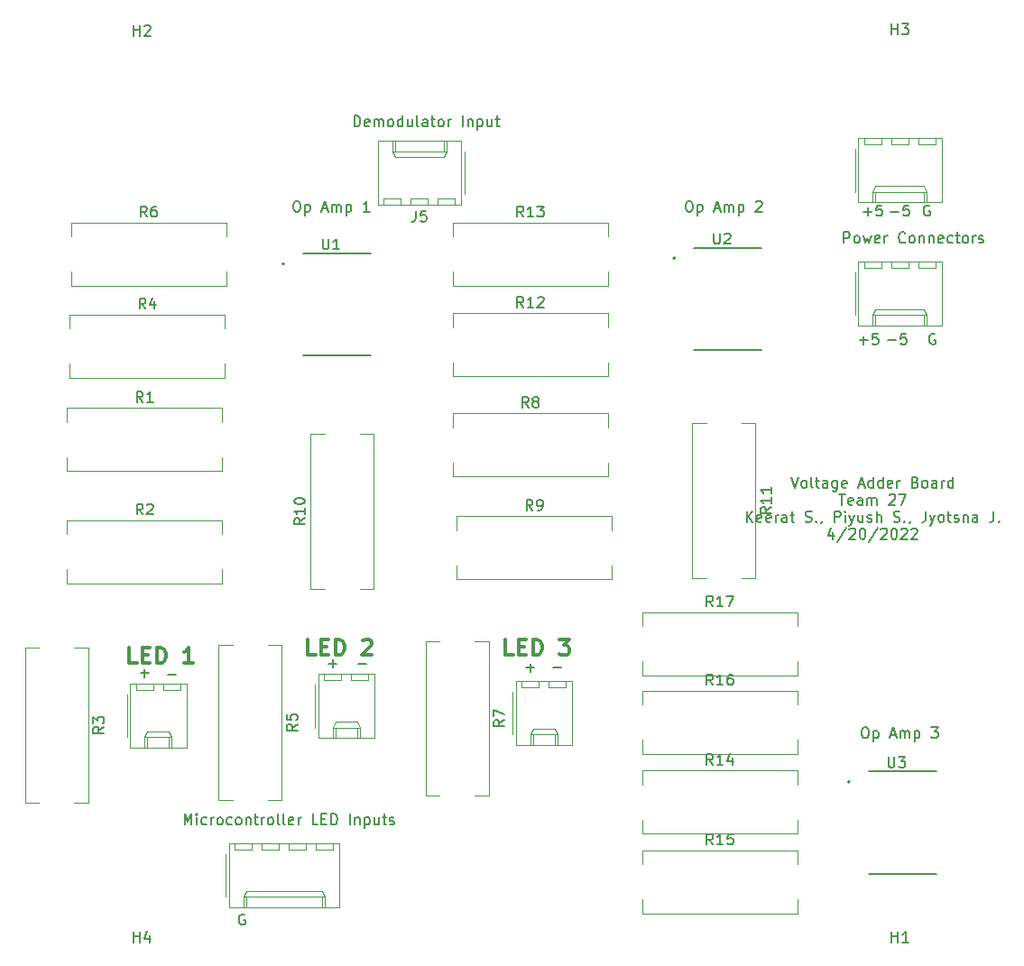
<source format=gbr>
%TF.GenerationSoftware,KiCad,Pcbnew,(6.0.1)*%
%TF.CreationDate,2022-04-20T22:23:46-05:00*%
%TF.ProjectId,voltage_adder_board,766f6c74-6167-4655-9f61-646465725f62,rev?*%
%TF.SameCoordinates,Original*%
%TF.FileFunction,Legend,Top*%
%TF.FilePolarity,Positive*%
%FSLAX46Y46*%
G04 Gerber Fmt 4.6, Leading zero omitted, Abs format (unit mm)*
G04 Created by KiCad (PCBNEW (6.0.1)) date 2022-04-20 22:23:46*
%MOMM*%
%LPD*%
G01*
G04 APERTURE LIST*
%ADD10C,0.150000*%
%ADD11C,0.300000*%
%ADD12C,0.120000*%
%ADD13C,0.127000*%
%ADD14C,0.200000*%
G04 APERTURE END LIST*
D10*
X143986666Y-103084380D02*
X144177142Y-103084380D01*
X144272380Y-103132000D01*
X144367619Y-103227238D01*
X144415238Y-103417714D01*
X144415238Y-103751047D01*
X144367619Y-103941523D01*
X144272380Y-104036761D01*
X144177142Y-104084380D01*
X143986666Y-104084380D01*
X143891428Y-104036761D01*
X143796190Y-103941523D01*
X143748571Y-103751047D01*
X143748571Y-103417714D01*
X143796190Y-103227238D01*
X143891428Y-103132000D01*
X143986666Y-103084380D01*
X144843809Y-103417714D02*
X144843809Y-104417714D01*
X144843809Y-103465333D02*
X144939047Y-103417714D01*
X145129523Y-103417714D01*
X145224761Y-103465333D01*
X145272380Y-103512952D01*
X145320000Y-103608190D01*
X145320000Y-103893904D01*
X145272380Y-103989142D01*
X145224761Y-104036761D01*
X145129523Y-104084380D01*
X144939047Y-104084380D01*
X144843809Y-104036761D01*
X146462857Y-103798666D02*
X146939047Y-103798666D01*
X146367619Y-104084380D02*
X146700952Y-103084380D01*
X147034285Y-104084380D01*
X147367619Y-104084380D02*
X147367619Y-103417714D01*
X147367619Y-103512952D02*
X147415238Y-103465333D01*
X147510476Y-103417714D01*
X147653333Y-103417714D01*
X147748571Y-103465333D01*
X147796190Y-103560571D01*
X147796190Y-104084380D01*
X147796190Y-103560571D02*
X147843809Y-103465333D01*
X147939047Y-103417714D01*
X148081904Y-103417714D01*
X148177142Y-103465333D01*
X148224761Y-103560571D01*
X148224761Y-104084380D01*
X148700952Y-103417714D02*
X148700952Y-104417714D01*
X148700952Y-103465333D02*
X148796190Y-103417714D01*
X148986666Y-103417714D01*
X149081904Y-103465333D01*
X149129523Y-103512952D01*
X149177142Y-103608190D01*
X149177142Y-103893904D01*
X149129523Y-103989142D01*
X149081904Y-104036761D01*
X148986666Y-104084380D01*
X148796190Y-104084380D01*
X148700952Y-104036761D01*
X150272380Y-103084380D02*
X150891428Y-103084380D01*
X150558095Y-103465333D01*
X150700952Y-103465333D01*
X150796190Y-103512952D01*
X150843809Y-103560571D01*
X150891428Y-103655809D01*
X150891428Y-103893904D01*
X150843809Y-103989142D01*
X150796190Y-104036761D01*
X150700952Y-104084380D01*
X150415238Y-104084380D01*
X150320000Y-104036761D01*
X150272380Y-103989142D01*
X137113333Y-79587380D02*
X137446666Y-80587380D01*
X137780000Y-79587380D01*
X138256190Y-80587380D02*
X138160952Y-80539761D01*
X138113333Y-80492142D01*
X138065714Y-80396904D01*
X138065714Y-80111190D01*
X138113333Y-80015952D01*
X138160952Y-79968333D01*
X138256190Y-79920714D01*
X138399047Y-79920714D01*
X138494285Y-79968333D01*
X138541904Y-80015952D01*
X138589523Y-80111190D01*
X138589523Y-80396904D01*
X138541904Y-80492142D01*
X138494285Y-80539761D01*
X138399047Y-80587380D01*
X138256190Y-80587380D01*
X139160952Y-80587380D02*
X139065714Y-80539761D01*
X139018095Y-80444523D01*
X139018095Y-79587380D01*
X139399047Y-79920714D02*
X139780000Y-79920714D01*
X139541904Y-79587380D02*
X139541904Y-80444523D01*
X139589523Y-80539761D01*
X139684761Y-80587380D01*
X139780000Y-80587380D01*
X140541904Y-80587380D02*
X140541904Y-80063571D01*
X140494285Y-79968333D01*
X140399047Y-79920714D01*
X140208571Y-79920714D01*
X140113333Y-79968333D01*
X140541904Y-80539761D02*
X140446666Y-80587380D01*
X140208571Y-80587380D01*
X140113333Y-80539761D01*
X140065714Y-80444523D01*
X140065714Y-80349285D01*
X140113333Y-80254047D01*
X140208571Y-80206428D01*
X140446666Y-80206428D01*
X140541904Y-80158809D01*
X141446666Y-79920714D02*
X141446666Y-80730238D01*
X141399047Y-80825476D01*
X141351428Y-80873095D01*
X141256190Y-80920714D01*
X141113333Y-80920714D01*
X141018095Y-80873095D01*
X141446666Y-80539761D02*
X141351428Y-80587380D01*
X141160952Y-80587380D01*
X141065714Y-80539761D01*
X141018095Y-80492142D01*
X140970476Y-80396904D01*
X140970476Y-80111190D01*
X141018095Y-80015952D01*
X141065714Y-79968333D01*
X141160952Y-79920714D01*
X141351428Y-79920714D01*
X141446666Y-79968333D01*
X142303809Y-80539761D02*
X142208571Y-80587380D01*
X142018095Y-80587380D01*
X141922857Y-80539761D01*
X141875238Y-80444523D01*
X141875238Y-80063571D01*
X141922857Y-79968333D01*
X142018095Y-79920714D01*
X142208571Y-79920714D01*
X142303809Y-79968333D01*
X142351428Y-80063571D01*
X142351428Y-80158809D01*
X141875238Y-80254047D01*
X143494285Y-80301666D02*
X143970476Y-80301666D01*
X143399047Y-80587380D02*
X143732380Y-79587380D01*
X144065714Y-80587380D01*
X144827619Y-80587380D02*
X144827619Y-79587380D01*
X144827619Y-80539761D02*
X144732380Y-80587380D01*
X144541904Y-80587380D01*
X144446666Y-80539761D01*
X144399047Y-80492142D01*
X144351428Y-80396904D01*
X144351428Y-80111190D01*
X144399047Y-80015952D01*
X144446666Y-79968333D01*
X144541904Y-79920714D01*
X144732380Y-79920714D01*
X144827619Y-79968333D01*
X145732380Y-80587380D02*
X145732380Y-79587380D01*
X145732380Y-80539761D02*
X145637142Y-80587380D01*
X145446666Y-80587380D01*
X145351428Y-80539761D01*
X145303809Y-80492142D01*
X145256190Y-80396904D01*
X145256190Y-80111190D01*
X145303809Y-80015952D01*
X145351428Y-79968333D01*
X145446666Y-79920714D01*
X145637142Y-79920714D01*
X145732380Y-79968333D01*
X146589523Y-80539761D02*
X146494285Y-80587380D01*
X146303809Y-80587380D01*
X146208571Y-80539761D01*
X146160952Y-80444523D01*
X146160952Y-80063571D01*
X146208571Y-79968333D01*
X146303809Y-79920714D01*
X146494285Y-79920714D01*
X146589523Y-79968333D01*
X146637142Y-80063571D01*
X146637142Y-80158809D01*
X146160952Y-80254047D01*
X147065714Y-80587380D02*
X147065714Y-79920714D01*
X147065714Y-80111190D02*
X147113333Y-80015952D01*
X147160952Y-79968333D01*
X147256190Y-79920714D01*
X147351428Y-79920714D01*
X148779999Y-80063571D02*
X148922857Y-80111190D01*
X148970476Y-80158809D01*
X149018095Y-80254047D01*
X149018095Y-80396904D01*
X148970476Y-80492142D01*
X148922857Y-80539761D01*
X148827619Y-80587380D01*
X148446666Y-80587380D01*
X148446666Y-79587380D01*
X148779999Y-79587380D01*
X148875238Y-79635000D01*
X148922857Y-79682619D01*
X148970476Y-79777857D01*
X148970476Y-79873095D01*
X148922857Y-79968333D01*
X148875238Y-80015952D01*
X148779999Y-80063571D01*
X148446666Y-80063571D01*
X149589523Y-80587380D02*
X149494285Y-80539761D01*
X149446666Y-80492142D01*
X149399047Y-80396904D01*
X149399047Y-80111190D01*
X149446666Y-80015952D01*
X149494285Y-79968333D01*
X149589523Y-79920714D01*
X149732380Y-79920714D01*
X149827619Y-79968333D01*
X149875238Y-80015952D01*
X149922857Y-80111190D01*
X149922857Y-80396904D01*
X149875238Y-80492142D01*
X149827619Y-80539761D01*
X149732380Y-80587380D01*
X149589523Y-80587380D01*
X150779999Y-80587380D02*
X150779999Y-80063571D01*
X150732380Y-79968333D01*
X150637142Y-79920714D01*
X150446666Y-79920714D01*
X150351428Y-79968333D01*
X150779999Y-80539761D02*
X150684761Y-80587380D01*
X150446666Y-80587380D01*
X150351428Y-80539761D01*
X150303809Y-80444523D01*
X150303809Y-80349285D01*
X150351428Y-80254047D01*
X150446666Y-80206428D01*
X150684761Y-80206428D01*
X150779999Y-80158809D01*
X151256190Y-80587380D02*
X151256190Y-79920714D01*
X151256190Y-80111190D02*
X151303809Y-80015952D01*
X151351428Y-79968333D01*
X151446666Y-79920714D01*
X151541904Y-79920714D01*
X152303809Y-80587380D02*
X152303809Y-79587380D01*
X152303809Y-80539761D02*
X152208571Y-80587380D01*
X152018095Y-80587380D01*
X151922857Y-80539761D01*
X151875238Y-80492142D01*
X151827619Y-80396904D01*
X151827619Y-80111190D01*
X151875238Y-80015952D01*
X151922857Y-79968333D01*
X152018095Y-79920714D01*
X152208571Y-79920714D01*
X152303809Y-79968333D01*
X141613333Y-81197380D02*
X142184761Y-81197380D01*
X141899047Y-82197380D02*
X141899047Y-81197380D01*
X142899047Y-82149761D02*
X142803809Y-82197380D01*
X142613333Y-82197380D01*
X142518095Y-82149761D01*
X142470476Y-82054523D01*
X142470476Y-81673571D01*
X142518095Y-81578333D01*
X142613333Y-81530714D01*
X142803809Y-81530714D01*
X142899047Y-81578333D01*
X142946666Y-81673571D01*
X142946666Y-81768809D01*
X142470476Y-81864047D01*
X143803809Y-82197380D02*
X143803809Y-81673571D01*
X143756190Y-81578333D01*
X143660952Y-81530714D01*
X143470476Y-81530714D01*
X143375238Y-81578333D01*
X143803809Y-82149761D02*
X143708571Y-82197380D01*
X143470476Y-82197380D01*
X143375238Y-82149761D01*
X143327619Y-82054523D01*
X143327619Y-81959285D01*
X143375238Y-81864047D01*
X143470476Y-81816428D01*
X143708571Y-81816428D01*
X143803809Y-81768809D01*
X144280000Y-82197380D02*
X144280000Y-81530714D01*
X144280000Y-81625952D02*
X144327619Y-81578333D01*
X144422857Y-81530714D01*
X144565714Y-81530714D01*
X144660952Y-81578333D01*
X144708571Y-81673571D01*
X144708571Y-82197380D01*
X144708571Y-81673571D02*
X144756190Y-81578333D01*
X144851428Y-81530714D01*
X144994285Y-81530714D01*
X145089523Y-81578333D01*
X145137142Y-81673571D01*
X145137142Y-82197380D01*
X146327619Y-81292619D02*
X146375238Y-81245000D01*
X146470476Y-81197380D01*
X146708571Y-81197380D01*
X146803809Y-81245000D01*
X146851428Y-81292619D01*
X146899047Y-81387857D01*
X146899047Y-81483095D01*
X146851428Y-81625952D01*
X146280000Y-82197380D01*
X146899047Y-82197380D01*
X147232380Y-81197380D02*
X147899047Y-81197380D01*
X147470476Y-82197380D01*
X132946666Y-83807380D02*
X132946666Y-82807380D01*
X133518095Y-83807380D02*
X133089523Y-83235952D01*
X133518095Y-82807380D02*
X132946666Y-83378809D01*
X134327619Y-83759761D02*
X134232380Y-83807380D01*
X134041904Y-83807380D01*
X133946666Y-83759761D01*
X133899047Y-83664523D01*
X133899047Y-83283571D01*
X133946666Y-83188333D01*
X134041904Y-83140714D01*
X134232380Y-83140714D01*
X134327619Y-83188333D01*
X134375238Y-83283571D01*
X134375238Y-83378809D01*
X133899047Y-83474047D01*
X135184761Y-83759761D02*
X135089523Y-83807380D01*
X134899047Y-83807380D01*
X134803809Y-83759761D01*
X134756190Y-83664523D01*
X134756190Y-83283571D01*
X134803809Y-83188333D01*
X134899047Y-83140714D01*
X135089523Y-83140714D01*
X135184761Y-83188333D01*
X135232380Y-83283571D01*
X135232380Y-83378809D01*
X134756190Y-83474047D01*
X135660952Y-83807380D02*
X135660952Y-83140714D01*
X135660952Y-83331190D02*
X135708571Y-83235952D01*
X135756190Y-83188333D01*
X135851428Y-83140714D01*
X135946666Y-83140714D01*
X136708571Y-83807380D02*
X136708571Y-83283571D01*
X136660952Y-83188333D01*
X136565714Y-83140714D01*
X136375238Y-83140714D01*
X136280000Y-83188333D01*
X136708571Y-83759761D02*
X136613333Y-83807380D01*
X136375238Y-83807380D01*
X136280000Y-83759761D01*
X136232380Y-83664523D01*
X136232380Y-83569285D01*
X136280000Y-83474047D01*
X136375238Y-83426428D01*
X136613333Y-83426428D01*
X136708571Y-83378809D01*
X137041904Y-83140714D02*
X137422857Y-83140714D01*
X137184761Y-82807380D02*
X137184761Y-83664523D01*
X137232380Y-83759761D01*
X137327619Y-83807380D01*
X137422857Y-83807380D01*
X138470476Y-83759761D02*
X138613333Y-83807380D01*
X138851428Y-83807380D01*
X138946666Y-83759761D01*
X138994285Y-83712142D01*
X139041904Y-83616904D01*
X139041904Y-83521666D01*
X138994285Y-83426428D01*
X138946666Y-83378809D01*
X138851428Y-83331190D01*
X138660952Y-83283571D01*
X138565714Y-83235952D01*
X138518095Y-83188333D01*
X138470476Y-83093095D01*
X138470476Y-82997857D01*
X138518095Y-82902619D01*
X138565714Y-82855000D01*
X138660952Y-82807380D01*
X138899047Y-82807380D01*
X139041904Y-82855000D01*
X139470476Y-83712142D02*
X139518095Y-83759761D01*
X139470476Y-83807380D01*
X139422857Y-83759761D01*
X139470476Y-83712142D01*
X139470476Y-83807380D01*
X139994285Y-83759761D02*
X139994285Y-83807380D01*
X139946666Y-83902619D01*
X139899047Y-83950238D01*
X141184761Y-83807380D02*
X141184761Y-82807380D01*
X141565714Y-82807380D01*
X141660952Y-82855000D01*
X141708571Y-82902619D01*
X141756190Y-82997857D01*
X141756190Y-83140714D01*
X141708571Y-83235952D01*
X141660952Y-83283571D01*
X141565714Y-83331190D01*
X141184761Y-83331190D01*
X142184761Y-83807380D02*
X142184761Y-83140714D01*
X142184761Y-82807380D02*
X142137142Y-82855000D01*
X142184761Y-82902619D01*
X142232380Y-82855000D01*
X142184761Y-82807380D01*
X142184761Y-82902619D01*
X142565714Y-83140714D02*
X142803809Y-83807380D01*
X143041904Y-83140714D02*
X142803809Y-83807380D01*
X142708571Y-84045476D01*
X142660952Y-84093095D01*
X142565714Y-84140714D01*
X143851428Y-83140714D02*
X143851428Y-83807380D01*
X143422857Y-83140714D02*
X143422857Y-83664523D01*
X143470476Y-83759761D01*
X143565714Y-83807380D01*
X143708571Y-83807380D01*
X143803809Y-83759761D01*
X143851428Y-83712142D01*
X144280000Y-83759761D02*
X144375238Y-83807380D01*
X144565714Y-83807380D01*
X144660952Y-83759761D01*
X144708571Y-83664523D01*
X144708571Y-83616904D01*
X144660952Y-83521666D01*
X144565714Y-83474047D01*
X144422857Y-83474047D01*
X144327619Y-83426428D01*
X144280000Y-83331190D01*
X144280000Y-83283571D01*
X144327619Y-83188333D01*
X144422857Y-83140714D01*
X144565714Y-83140714D01*
X144660952Y-83188333D01*
X145137142Y-83807380D02*
X145137142Y-82807380D01*
X145565714Y-83807380D02*
X145565714Y-83283571D01*
X145518095Y-83188333D01*
X145422857Y-83140714D01*
X145280000Y-83140714D01*
X145184761Y-83188333D01*
X145137142Y-83235952D01*
X146756190Y-83759761D02*
X146899047Y-83807380D01*
X147137142Y-83807380D01*
X147232380Y-83759761D01*
X147280000Y-83712142D01*
X147327619Y-83616904D01*
X147327619Y-83521666D01*
X147280000Y-83426428D01*
X147232380Y-83378809D01*
X147137142Y-83331190D01*
X146946666Y-83283571D01*
X146851428Y-83235952D01*
X146803809Y-83188333D01*
X146756190Y-83093095D01*
X146756190Y-82997857D01*
X146803809Y-82902619D01*
X146851428Y-82855000D01*
X146946666Y-82807380D01*
X147184761Y-82807380D01*
X147327619Y-82855000D01*
X147756190Y-83712142D02*
X147803809Y-83759761D01*
X147756190Y-83807380D01*
X147708571Y-83759761D01*
X147756190Y-83712142D01*
X147756190Y-83807380D01*
X148280000Y-83759761D02*
X148280000Y-83807380D01*
X148232380Y-83902619D01*
X148184761Y-83950238D01*
X149756190Y-82807380D02*
X149756190Y-83521666D01*
X149708571Y-83664523D01*
X149613333Y-83759761D01*
X149470476Y-83807380D01*
X149375238Y-83807380D01*
X150137142Y-83140714D02*
X150375238Y-83807380D01*
X150613333Y-83140714D02*
X150375238Y-83807380D01*
X150280000Y-84045476D01*
X150232380Y-84093095D01*
X150137142Y-84140714D01*
X151137142Y-83807380D02*
X151041904Y-83759761D01*
X150994285Y-83712142D01*
X150946666Y-83616904D01*
X150946666Y-83331190D01*
X150994285Y-83235952D01*
X151041904Y-83188333D01*
X151137142Y-83140714D01*
X151280000Y-83140714D01*
X151375238Y-83188333D01*
X151422857Y-83235952D01*
X151470476Y-83331190D01*
X151470476Y-83616904D01*
X151422857Y-83712142D01*
X151375238Y-83759761D01*
X151280000Y-83807380D01*
X151137142Y-83807380D01*
X151756190Y-83140714D02*
X152137142Y-83140714D01*
X151899047Y-82807380D02*
X151899047Y-83664523D01*
X151946666Y-83759761D01*
X152041904Y-83807380D01*
X152137142Y-83807380D01*
X152422857Y-83759761D02*
X152518095Y-83807380D01*
X152708571Y-83807380D01*
X152803809Y-83759761D01*
X152851428Y-83664523D01*
X152851428Y-83616904D01*
X152803809Y-83521666D01*
X152708571Y-83474047D01*
X152565714Y-83474047D01*
X152470476Y-83426428D01*
X152422857Y-83331190D01*
X152422857Y-83283571D01*
X152470476Y-83188333D01*
X152565714Y-83140714D01*
X152708571Y-83140714D01*
X152803809Y-83188333D01*
X153280000Y-83140714D02*
X153280000Y-83807380D01*
X153280000Y-83235952D02*
X153327619Y-83188333D01*
X153422857Y-83140714D01*
X153565714Y-83140714D01*
X153660952Y-83188333D01*
X153708571Y-83283571D01*
X153708571Y-83807380D01*
X154613333Y-83807380D02*
X154613333Y-83283571D01*
X154565714Y-83188333D01*
X154470476Y-83140714D01*
X154280000Y-83140714D01*
X154184761Y-83188333D01*
X154613333Y-83759761D02*
X154518095Y-83807380D01*
X154280000Y-83807380D01*
X154184761Y-83759761D01*
X154137142Y-83664523D01*
X154137142Y-83569285D01*
X154184761Y-83474047D01*
X154280000Y-83426428D01*
X154518095Y-83426428D01*
X154613333Y-83378809D01*
X156137142Y-82807380D02*
X156137142Y-83521666D01*
X156089523Y-83664523D01*
X155994285Y-83759761D01*
X155851428Y-83807380D01*
X155756190Y-83807380D01*
X156613333Y-83712142D02*
X156660952Y-83759761D01*
X156613333Y-83807380D01*
X156565714Y-83759761D01*
X156613333Y-83712142D01*
X156613333Y-83807380D01*
X141065714Y-84750714D02*
X141065714Y-85417380D01*
X140827619Y-84369761D02*
X140589523Y-85084047D01*
X141208571Y-85084047D01*
X142303809Y-84369761D02*
X141446666Y-85655476D01*
X142589523Y-84512619D02*
X142637142Y-84465000D01*
X142732380Y-84417380D01*
X142970476Y-84417380D01*
X143065714Y-84465000D01*
X143113333Y-84512619D01*
X143160952Y-84607857D01*
X143160952Y-84703095D01*
X143113333Y-84845952D01*
X142541904Y-85417380D01*
X143160952Y-85417380D01*
X143780000Y-84417380D02*
X143875238Y-84417380D01*
X143970476Y-84465000D01*
X144018095Y-84512619D01*
X144065714Y-84607857D01*
X144113333Y-84798333D01*
X144113333Y-85036428D01*
X144065714Y-85226904D01*
X144018095Y-85322142D01*
X143970476Y-85369761D01*
X143875238Y-85417380D01*
X143780000Y-85417380D01*
X143684761Y-85369761D01*
X143637142Y-85322142D01*
X143589523Y-85226904D01*
X143541904Y-85036428D01*
X143541904Y-84798333D01*
X143589523Y-84607857D01*
X143637142Y-84512619D01*
X143684761Y-84465000D01*
X143780000Y-84417380D01*
X145256190Y-84369761D02*
X144399047Y-85655476D01*
X145541904Y-84512619D02*
X145589523Y-84465000D01*
X145684761Y-84417380D01*
X145922857Y-84417380D01*
X146018095Y-84465000D01*
X146065714Y-84512619D01*
X146113333Y-84607857D01*
X146113333Y-84703095D01*
X146065714Y-84845952D01*
X145494285Y-85417380D01*
X146113333Y-85417380D01*
X146732380Y-84417380D02*
X146827619Y-84417380D01*
X146922857Y-84465000D01*
X146970476Y-84512619D01*
X147018095Y-84607857D01*
X147065714Y-84798333D01*
X147065714Y-85036428D01*
X147018095Y-85226904D01*
X146970476Y-85322142D01*
X146922857Y-85369761D01*
X146827619Y-85417380D01*
X146732380Y-85417380D01*
X146637142Y-85369761D01*
X146589523Y-85322142D01*
X146541904Y-85226904D01*
X146494285Y-85036428D01*
X146494285Y-84798333D01*
X146541904Y-84607857D01*
X146589523Y-84512619D01*
X146637142Y-84465000D01*
X146732380Y-84417380D01*
X147446666Y-84512619D02*
X147494285Y-84465000D01*
X147589523Y-84417380D01*
X147827619Y-84417380D01*
X147922857Y-84465000D01*
X147970476Y-84512619D01*
X148018095Y-84607857D01*
X148018095Y-84703095D01*
X147970476Y-84845952D01*
X147399047Y-85417380D01*
X148018095Y-85417380D01*
X148399047Y-84512619D02*
X148446666Y-84465000D01*
X148541904Y-84417380D01*
X148780000Y-84417380D01*
X148875238Y-84465000D01*
X148922857Y-84512619D01*
X148970476Y-84607857D01*
X148970476Y-84703095D01*
X148922857Y-84845952D01*
X148351428Y-85417380D01*
X148970476Y-85417380D01*
X96131904Y-46680380D02*
X96131904Y-45680380D01*
X96370000Y-45680380D01*
X96512857Y-45728000D01*
X96608095Y-45823238D01*
X96655714Y-45918476D01*
X96703333Y-46108952D01*
X96703333Y-46251809D01*
X96655714Y-46442285D01*
X96608095Y-46537523D01*
X96512857Y-46632761D01*
X96370000Y-46680380D01*
X96131904Y-46680380D01*
X97512857Y-46632761D02*
X97417619Y-46680380D01*
X97227142Y-46680380D01*
X97131904Y-46632761D01*
X97084285Y-46537523D01*
X97084285Y-46156571D01*
X97131904Y-46061333D01*
X97227142Y-46013714D01*
X97417619Y-46013714D01*
X97512857Y-46061333D01*
X97560476Y-46156571D01*
X97560476Y-46251809D01*
X97084285Y-46347047D01*
X97989047Y-46680380D02*
X97989047Y-46013714D01*
X97989047Y-46108952D02*
X98036666Y-46061333D01*
X98131904Y-46013714D01*
X98274761Y-46013714D01*
X98370000Y-46061333D01*
X98417619Y-46156571D01*
X98417619Y-46680380D01*
X98417619Y-46156571D02*
X98465238Y-46061333D01*
X98560476Y-46013714D01*
X98703333Y-46013714D01*
X98798571Y-46061333D01*
X98846190Y-46156571D01*
X98846190Y-46680380D01*
X99465238Y-46680380D02*
X99370000Y-46632761D01*
X99322380Y-46585142D01*
X99274761Y-46489904D01*
X99274761Y-46204190D01*
X99322380Y-46108952D01*
X99370000Y-46061333D01*
X99465238Y-46013714D01*
X99608095Y-46013714D01*
X99703333Y-46061333D01*
X99750952Y-46108952D01*
X99798571Y-46204190D01*
X99798571Y-46489904D01*
X99750952Y-46585142D01*
X99703333Y-46632761D01*
X99608095Y-46680380D01*
X99465238Y-46680380D01*
X100655714Y-46680380D02*
X100655714Y-45680380D01*
X100655714Y-46632761D02*
X100560476Y-46680380D01*
X100370000Y-46680380D01*
X100274761Y-46632761D01*
X100227142Y-46585142D01*
X100179523Y-46489904D01*
X100179523Y-46204190D01*
X100227142Y-46108952D01*
X100274761Y-46061333D01*
X100370000Y-46013714D01*
X100560476Y-46013714D01*
X100655714Y-46061333D01*
X101560476Y-46013714D02*
X101560476Y-46680380D01*
X101131904Y-46013714D02*
X101131904Y-46537523D01*
X101179523Y-46632761D01*
X101274761Y-46680380D01*
X101417619Y-46680380D01*
X101512857Y-46632761D01*
X101560476Y-46585142D01*
X102179523Y-46680380D02*
X102084285Y-46632761D01*
X102036666Y-46537523D01*
X102036666Y-45680380D01*
X102989047Y-46680380D02*
X102989047Y-46156571D01*
X102941428Y-46061333D01*
X102846190Y-46013714D01*
X102655714Y-46013714D01*
X102560476Y-46061333D01*
X102989047Y-46632761D02*
X102893809Y-46680380D01*
X102655714Y-46680380D01*
X102560476Y-46632761D01*
X102512857Y-46537523D01*
X102512857Y-46442285D01*
X102560476Y-46347047D01*
X102655714Y-46299428D01*
X102893809Y-46299428D01*
X102989047Y-46251809D01*
X103322380Y-46013714D02*
X103703333Y-46013714D01*
X103465238Y-45680380D02*
X103465238Y-46537523D01*
X103512857Y-46632761D01*
X103608095Y-46680380D01*
X103703333Y-46680380D01*
X104179523Y-46680380D02*
X104084285Y-46632761D01*
X104036666Y-46585142D01*
X103989047Y-46489904D01*
X103989047Y-46204190D01*
X104036666Y-46108952D01*
X104084285Y-46061333D01*
X104179523Y-46013714D01*
X104322380Y-46013714D01*
X104417619Y-46061333D01*
X104465238Y-46108952D01*
X104512857Y-46204190D01*
X104512857Y-46489904D01*
X104465238Y-46585142D01*
X104417619Y-46632761D01*
X104322380Y-46680380D01*
X104179523Y-46680380D01*
X104941428Y-46680380D02*
X104941428Y-46013714D01*
X104941428Y-46204190D02*
X104989047Y-46108952D01*
X105036666Y-46061333D01*
X105131904Y-46013714D01*
X105227142Y-46013714D01*
X106322380Y-46680380D02*
X106322380Y-45680380D01*
X106798571Y-46013714D02*
X106798571Y-46680380D01*
X106798571Y-46108952D02*
X106846190Y-46061333D01*
X106941428Y-46013714D01*
X107084285Y-46013714D01*
X107179523Y-46061333D01*
X107227142Y-46156571D01*
X107227142Y-46680380D01*
X107703333Y-46013714D02*
X107703333Y-47013714D01*
X107703333Y-46061333D02*
X107798571Y-46013714D01*
X107989047Y-46013714D01*
X108084285Y-46061333D01*
X108131904Y-46108952D01*
X108179523Y-46204190D01*
X108179523Y-46489904D01*
X108131904Y-46585142D01*
X108084285Y-46632761D01*
X107989047Y-46680380D01*
X107798571Y-46680380D01*
X107703333Y-46632761D01*
X109036666Y-46013714D02*
X109036666Y-46680380D01*
X108608095Y-46013714D02*
X108608095Y-46537523D01*
X108655714Y-46632761D01*
X108750952Y-46680380D01*
X108893809Y-46680380D01*
X108989047Y-46632761D01*
X109036666Y-46585142D01*
X109370000Y-46013714D02*
X109750952Y-46013714D01*
X109512857Y-45680380D02*
X109512857Y-46537523D01*
X109560476Y-46632761D01*
X109655714Y-46680380D01*
X109750952Y-46680380D01*
D11*
X75728000Y-97071571D02*
X75013714Y-97071571D01*
X75013714Y-95571571D01*
X76228000Y-96285857D02*
X76728000Y-96285857D01*
X76942285Y-97071571D02*
X76228000Y-97071571D01*
X76228000Y-95571571D01*
X76942285Y-95571571D01*
X77585142Y-97071571D02*
X77585142Y-95571571D01*
X77942285Y-95571571D01*
X78156571Y-95643000D01*
X78299428Y-95785857D01*
X78370857Y-95928714D01*
X78442285Y-96214428D01*
X78442285Y-96428714D01*
X78370857Y-96714428D01*
X78299428Y-96857285D01*
X78156571Y-97000142D01*
X77942285Y-97071571D01*
X77585142Y-97071571D01*
X81013714Y-97071571D02*
X80156571Y-97071571D01*
X80585142Y-97071571D02*
X80585142Y-95571571D01*
X80442285Y-95785857D01*
X80299428Y-95928714D01*
X80156571Y-96000142D01*
X92492000Y-96309571D02*
X91777714Y-96309571D01*
X91777714Y-94809571D01*
X92992000Y-95523857D02*
X93492000Y-95523857D01*
X93706285Y-96309571D02*
X92992000Y-96309571D01*
X92992000Y-94809571D01*
X93706285Y-94809571D01*
X94349142Y-96309571D02*
X94349142Y-94809571D01*
X94706285Y-94809571D01*
X94920571Y-94881000D01*
X95063428Y-95023857D01*
X95134857Y-95166714D01*
X95206285Y-95452428D01*
X95206285Y-95666714D01*
X95134857Y-95952428D01*
X95063428Y-96095285D01*
X94920571Y-96238142D01*
X94706285Y-96309571D01*
X94349142Y-96309571D01*
X96920571Y-94952428D02*
X96992000Y-94881000D01*
X97134857Y-94809571D01*
X97492000Y-94809571D01*
X97634857Y-94881000D01*
X97706285Y-94952428D01*
X97777714Y-95095285D01*
X97777714Y-95238142D01*
X97706285Y-95452428D01*
X96849142Y-96309571D01*
X97777714Y-96309571D01*
D10*
X127476666Y-53681380D02*
X127667142Y-53681380D01*
X127762380Y-53729000D01*
X127857619Y-53824238D01*
X127905238Y-54014714D01*
X127905238Y-54348047D01*
X127857619Y-54538523D01*
X127762380Y-54633761D01*
X127667142Y-54681380D01*
X127476666Y-54681380D01*
X127381428Y-54633761D01*
X127286190Y-54538523D01*
X127238571Y-54348047D01*
X127238571Y-54014714D01*
X127286190Y-53824238D01*
X127381428Y-53729000D01*
X127476666Y-53681380D01*
X128333809Y-54014714D02*
X128333809Y-55014714D01*
X128333809Y-54062333D02*
X128429047Y-54014714D01*
X128619523Y-54014714D01*
X128714761Y-54062333D01*
X128762380Y-54109952D01*
X128810000Y-54205190D01*
X128810000Y-54490904D01*
X128762380Y-54586142D01*
X128714761Y-54633761D01*
X128619523Y-54681380D01*
X128429047Y-54681380D01*
X128333809Y-54633761D01*
X129952857Y-54395666D02*
X130429047Y-54395666D01*
X129857619Y-54681380D02*
X130190952Y-53681380D01*
X130524285Y-54681380D01*
X130857619Y-54681380D02*
X130857619Y-54014714D01*
X130857619Y-54109952D02*
X130905238Y-54062333D01*
X131000476Y-54014714D01*
X131143333Y-54014714D01*
X131238571Y-54062333D01*
X131286190Y-54157571D01*
X131286190Y-54681380D01*
X131286190Y-54157571D02*
X131333809Y-54062333D01*
X131429047Y-54014714D01*
X131571904Y-54014714D01*
X131667142Y-54062333D01*
X131714761Y-54157571D01*
X131714761Y-54681380D01*
X132190952Y-54014714D02*
X132190952Y-55014714D01*
X132190952Y-54062333D02*
X132286190Y-54014714D01*
X132476666Y-54014714D01*
X132571904Y-54062333D01*
X132619523Y-54109952D01*
X132667142Y-54205190D01*
X132667142Y-54490904D01*
X132619523Y-54586142D01*
X132571904Y-54633761D01*
X132476666Y-54681380D01*
X132286190Y-54681380D01*
X132190952Y-54633761D01*
X133810000Y-53776619D02*
X133857619Y-53729000D01*
X133952857Y-53681380D01*
X134190952Y-53681380D01*
X134286190Y-53729000D01*
X134333809Y-53776619D01*
X134381428Y-53871857D01*
X134381428Y-53967095D01*
X134333809Y-54109952D01*
X133762380Y-54681380D01*
X134381428Y-54681380D01*
X80195476Y-112212380D02*
X80195476Y-111212380D01*
X80528809Y-111926666D01*
X80862142Y-111212380D01*
X80862142Y-112212380D01*
X81338333Y-112212380D02*
X81338333Y-111545714D01*
X81338333Y-111212380D02*
X81290714Y-111260000D01*
X81338333Y-111307619D01*
X81385952Y-111260000D01*
X81338333Y-111212380D01*
X81338333Y-111307619D01*
X82243095Y-112164761D02*
X82147857Y-112212380D01*
X81957380Y-112212380D01*
X81862142Y-112164761D01*
X81814523Y-112117142D01*
X81766904Y-112021904D01*
X81766904Y-111736190D01*
X81814523Y-111640952D01*
X81862142Y-111593333D01*
X81957380Y-111545714D01*
X82147857Y-111545714D01*
X82243095Y-111593333D01*
X82671666Y-112212380D02*
X82671666Y-111545714D01*
X82671666Y-111736190D02*
X82719285Y-111640952D01*
X82766904Y-111593333D01*
X82862142Y-111545714D01*
X82957380Y-111545714D01*
X83433571Y-112212380D02*
X83338333Y-112164761D01*
X83290714Y-112117142D01*
X83243095Y-112021904D01*
X83243095Y-111736190D01*
X83290714Y-111640952D01*
X83338333Y-111593333D01*
X83433571Y-111545714D01*
X83576428Y-111545714D01*
X83671666Y-111593333D01*
X83719285Y-111640952D01*
X83766904Y-111736190D01*
X83766904Y-112021904D01*
X83719285Y-112117142D01*
X83671666Y-112164761D01*
X83576428Y-112212380D01*
X83433571Y-112212380D01*
X84624047Y-112164761D02*
X84528809Y-112212380D01*
X84338333Y-112212380D01*
X84243095Y-112164761D01*
X84195476Y-112117142D01*
X84147857Y-112021904D01*
X84147857Y-111736190D01*
X84195476Y-111640952D01*
X84243095Y-111593333D01*
X84338333Y-111545714D01*
X84528809Y-111545714D01*
X84624047Y-111593333D01*
X85195476Y-112212380D02*
X85100238Y-112164761D01*
X85052619Y-112117142D01*
X85005000Y-112021904D01*
X85005000Y-111736190D01*
X85052619Y-111640952D01*
X85100238Y-111593333D01*
X85195476Y-111545714D01*
X85338333Y-111545714D01*
X85433571Y-111593333D01*
X85481190Y-111640952D01*
X85528809Y-111736190D01*
X85528809Y-112021904D01*
X85481190Y-112117142D01*
X85433571Y-112164761D01*
X85338333Y-112212380D01*
X85195476Y-112212380D01*
X85957380Y-111545714D02*
X85957380Y-112212380D01*
X85957380Y-111640952D02*
X86005000Y-111593333D01*
X86100238Y-111545714D01*
X86243095Y-111545714D01*
X86338333Y-111593333D01*
X86385952Y-111688571D01*
X86385952Y-112212380D01*
X86719285Y-111545714D02*
X87100238Y-111545714D01*
X86862142Y-111212380D02*
X86862142Y-112069523D01*
X86909761Y-112164761D01*
X87005000Y-112212380D01*
X87100238Y-112212380D01*
X87433571Y-112212380D02*
X87433571Y-111545714D01*
X87433571Y-111736190D02*
X87481190Y-111640952D01*
X87528809Y-111593333D01*
X87624047Y-111545714D01*
X87719285Y-111545714D01*
X88195476Y-112212380D02*
X88100238Y-112164761D01*
X88052619Y-112117142D01*
X88005000Y-112021904D01*
X88005000Y-111736190D01*
X88052619Y-111640952D01*
X88100238Y-111593333D01*
X88195476Y-111545714D01*
X88338333Y-111545714D01*
X88433571Y-111593333D01*
X88481190Y-111640952D01*
X88528809Y-111736190D01*
X88528809Y-112021904D01*
X88481190Y-112117142D01*
X88433571Y-112164761D01*
X88338333Y-112212380D01*
X88195476Y-112212380D01*
X89100238Y-112212380D02*
X89005000Y-112164761D01*
X88957380Y-112069523D01*
X88957380Y-111212380D01*
X89624047Y-112212380D02*
X89528809Y-112164761D01*
X89481190Y-112069523D01*
X89481190Y-111212380D01*
X90385952Y-112164761D02*
X90290714Y-112212380D01*
X90100238Y-112212380D01*
X90005000Y-112164761D01*
X89957380Y-112069523D01*
X89957380Y-111688571D01*
X90005000Y-111593333D01*
X90100238Y-111545714D01*
X90290714Y-111545714D01*
X90385952Y-111593333D01*
X90433571Y-111688571D01*
X90433571Y-111783809D01*
X89957380Y-111879047D01*
X90862142Y-112212380D02*
X90862142Y-111545714D01*
X90862142Y-111736190D02*
X90909761Y-111640952D01*
X90957380Y-111593333D01*
X91052619Y-111545714D01*
X91147857Y-111545714D01*
X92719285Y-112212380D02*
X92243095Y-112212380D01*
X92243095Y-111212380D01*
X93052619Y-111688571D02*
X93385952Y-111688571D01*
X93528809Y-112212380D02*
X93052619Y-112212380D01*
X93052619Y-111212380D01*
X93528809Y-111212380D01*
X93957380Y-112212380D02*
X93957380Y-111212380D01*
X94195476Y-111212380D01*
X94338333Y-111260000D01*
X94433571Y-111355238D01*
X94481190Y-111450476D01*
X94528809Y-111640952D01*
X94528809Y-111783809D01*
X94481190Y-111974285D01*
X94433571Y-112069523D01*
X94338333Y-112164761D01*
X94195476Y-112212380D01*
X93957380Y-112212380D01*
X95719285Y-112212380D02*
X95719285Y-111212380D01*
X96195476Y-111545714D02*
X96195476Y-112212380D01*
X96195476Y-111640952D02*
X96243095Y-111593333D01*
X96338333Y-111545714D01*
X96481190Y-111545714D01*
X96576428Y-111593333D01*
X96624047Y-111688571D01*
X96624047Y-112212380D01*
X97100238Y-111545714D02*
X97100238Y-112545714D01*
X97100238Y-111593333D02*
X97195476Y-111545714D01*
X97385952Y-111545714D01*
X97481190Y-111593333D01*
X97528809Y-111640952D01*
X97576428Y-111736190D01*
X97576428Y-112021904D01*
X97528809Y-112117142D01*
X97481190Y-112164761D01*
X97385952Y-112212380D01*
X97195476Y-112212380D01*
X97100238Y-112164761D01*
X98433571Y-111545714D02*
X98433571Y-112212380D01*
X98005000Y-111545714D02*
X98005000Y-112069523D01*
X98052619Y-112164761D01*
X98147857Y-112212380D01*
X98290714Y-112212380D01*
X98385952Y-112164761D01*
X98433571Y-112117142D01*
X98766904Y-111545714D02*
X99147857Y-111545714D01*
X98909761Y-111212380D02*
X98909761Y-112069523D01*
X98957380Y-112164761D01*
X99052619Y-112212380D01*
X99147857Y-112212380D01*
X99433571Y-112164761D02*
X99528809Y-112212380D01*
X99719285Y-112212380D01*
X99814523Y-112164761D01*
X99862142Y-112069523D01*
X99862142Y-112021904D01*
X99814523Y-111926666D01*
X99719285Y-111879047D01*
X99576428Y-111879047D01*
X99481190Y-111831428D01*
X99433571Y-111736190D01*
X99433571Y-111688571D01*
X99481190Y-111593333D01*
X99576428Y-111545714D01*
X99719285Y-111545714D01*
X99814523Y-111593333D01*
X142066190Y-57602380D02*
X142066190Y-56602380D01*
X142447142Y-56602380D01*
X142542380Y-56650000D01*
X142590000Y-56697619D01*
X142637619Y-56792857D01*
X142637619Y-56935714D01*
X142590000Y-57030952D01*
X142542380Y-57078571D01*
X142447142Y-57126190D01*
X142066190Y-57126190D01*
X143209047Y-57602380D02*
X143113809Y-57554761D01*
X143066190Y-57507142D01*
X143018571Y-57411904D01*
X143018571Y-57126190D01*
X143066190Y-57030952D01*
X143113809Y-56983333D01*
X143209047Y-56935714D01*
X143351904Y-56935714D01*
X143447142Y-56983333D01*
X143494761Y-57030952D01*
X143542380Y-57126190D01*
X143542380Y-57411904D01*
X143494761Y-57507142D01*
X143447142Y-57554761D01*
X143351904Y-57602380D01*
X143209047Y-57602380D01*
X143875714Y-56935714D02*
X144066190Y-57602380D01*
X144256666Y-57126190D01*
X144447142Y-57602380D01*
X144637619Y-56935714D01*
X145399523Y-57554761D02*
X145304285Y-57602380D01*
X145113809Y-57602380D01*
X145018571Y-57554761D01*
X144970952Y-57459523D01*
X144970952Y-57078571D01*
X145018571Y-56983333D01*
X145113809Y-56935714D01*
X145304285Y-56935714D01*
X145399523Y-56983333D01*
X145447142Y-57078571D01*
X145447142Y-57173809D01*
X144970952Y-57269047D01*
X145875714Y-57602380D02*
X145875714Y-56935714D01*
X145875714Y-57126190D02*
X145923333Y-57030952D01*
X145970952Y-56983333D01*
X146066190Y-56935714D01*
X146161428Y-56935714D01*
X147828095Y-57507142D02*
X147780476Y-57554761D01*
X147637619Y-57602380D01*
X147542380Y-57602380D01*
X147399523Y-57554761D01*
X147304285Y-57459523D01*
X147256666Y-57364285D01*
X147209047Y-57173809D01*
X147209047Y-57030952D01*
X147256666Y-56840476D01*
X147304285Y-56745238D01*
X147399523Y-56650000D01*
X147542380Y-56602380D01*
X147637619Y-56602380D01*
X147780476Y-56650000D01*
X147828095Y-56697619D01*
X148399523Y-57602380D02*
X148304285Y-57554761D01*
X148256666Y-57507142D01*
X148209047Y-57411904D01*
X148209047Y-57126190D01*
X148256666Y-57030952D01*
X148304285Y-56983333D01*
X148399523Y-56935714D01*
X148542380Y-56935714D01*
X148637619Y-56983333D01*
X148685238Y-57030952D01*
X148732857Y-57126190D01*
X148732857Y-57411904D01*
X148685238Y-57507142D01*
X148637619Y-57554761D01*
X148542380Y-57602380D01*
X148399523Y-57602380D01*
X149161428Y-56935714D02*
X149161428Y-57602380D01*
X149161428Y-57030952D02*
X149209047Y-56983333D01*
X149304285Y-56935714D01*
X149447142Y-56935714D01*
X149542380Y-56983333D01*
X149590000Y-57078571D01*
X149590000Y-57602380D01*
X150066190Y-56935714D02*
X150066190Y-57602380D01*
X150066190Y-57030952D02*
X150113809Y-56983333D01*
X150209047Y-56935714D01*
X150351904Y-56935714D01*
X150447142Y-56983333D01*
X150494761Y-57078571D01*
X150494761Y-57602380D01*
X151351904Y-57554761D02*
X151256666Y-57602380D01*
X151066190Y-57602380D01*
X150970952Y-57554761D01*
X150923333Y-57459523D01*
X150923333Y-57078571D01*
X150970952Y-56983333D01*
X151066190Y-56935714D01*
X151256666Y-56935714D01*
X151351904Y-56983333D01*
X151399523Y-57078571D01*
X151399523Y-57173809D01*
X150923333Y-57269047D01*
X152256666Y-57554761D02*
X152161428Y-57602380D01*
X151970952Y-57602380D01*
X151875714Y-57554761D01*
X151828095Y-57507142D01*
X151780476Y-57411904D01*
X151780476Y-57126190D01*
X151828095Y-57030952D01*
X151875714Y-56983333D01*
X151970952Y-56935714D01*
X152161428Y-56935714D01*
X152256666Y-56983333D01*
X152542380Y-56935714D02*
X152923333Y-56935714D01*
X152685238Y-56602380D02*
X152685238Y-57459523D01*
X152732857Y-57554761D01*
X152828095Y-57602380D01*
X152923333Y-57602380D01*
X153399523Y-57602380D02*
X153304285Y-57554761D01*
X153256666Y-57507142D01*
X153209047Y-57411904D01*
X153209047Y-57126190D01*
X153256666Y-57030952D01*
X153304285Y-56983333D01*
X153399523Y-56935714D01*
X153542380Y-56935714D01*
X153637619Y-56983333D01*
X153685238Y-57030952D01*
X153732857Y-57126190D01*
X153732857Y-57411904D01*
X153685238Y-57507142D01*
X153637619Y-57554761D01*
X153542380Y-57602380D01*
X153399523Y-57602380D01*
X154161428Y-57602380D02*
X154161428Y-56935714D01*
X154161428Y-57126190D02*
X154209047Y-57030952D01*
X154256666Y-56983333D01*
X154351904Y-56935714D01*
X154447142Y-56935714D01*
X154732857Y-57554761D02*
X154828095Y-57602380D01*
X155018571Y-57602380D01*
X155113809Y-57554761D01*
X155161428Y-57459523D01*
X155161428Y-57411904D01*
X155113809Y-57316666D01*
X155018571Y-57269047D01*
X154875714Y-57269047D01*
X154780476Y-57221428D01*
X154732857Y-57126190D01*
X154732857Y-57078571D01*
X154780476Y-56983333D01*
X154875714Y-56935714D01*
X155018571Y-56935714D01*
X155113809Y-56983333D01*
D11*
X111034000Y-96309571D02*
X110319714Y-96309571D01*
X110319714Y-94809571D01*
X111534000Y-95523857D02*
X112034000Y-95523857D01*
X112248285Y-96309571D02*
X111534000Y-96309571D01*
X111534000Y-94809571D01*
X112248285Y-94809571D01*
X112891142Y-96309571D02*
X112891142Y-94809571D01*
X113248285Y-94809571D01*
X113462571Y-94881000D01*
X113605428Y-95023857D01*
X113676857Y-95166714D01*
X113748285Y-95452428D01*
X113748285Y-95666714D01*
X113676857Y-95952428D01*
X113605428Y-96095285D01*
X113462571Y-96238142D01*
X113248285Y-96309571D01*
X112891142Y-96309571D01*
X115391142Y-94809571D02*
X116319714Y-94809571D01*
X115819714Y-95381000D01*
X116034000Y-95381000D01*
X116176857Y-95452428D01*
X116248285Y-95523857D01*
X116319714Y-95666714D01*
X116319714Y-96023857D01*
X116248285Y-96166714D01*
X116176857Y-96238142D01*
X116034000Y-96309571D01*
X115605428Y-96309571D01*
X115462571Y-96238142D01*
X115391142Y-96166714D01*
D10*
X90646666Y-53681380D02*
X90837142Y-53681380D01*
X90932380Y-53729000D01*
X91027619Y-53824238D01*
X91075238Y-54014714D01*
X91075238Y-54348047D01*
X91027619Y-54538523D01*
X90932380Y-54633761D01*
X90837142Y-54681380D01*
X90646666Y-54681380D01*
X90551428Y-54633761D01*
X90456190Y-54538523D01*
X90408571Y-54348047D01*
X90408571Y-54014714D01*
X90456190Y-53824238D01*
X90551428Y-53729000D01*
X90646666Y-53681380D01*
X91503809Y-54014714D02*
X91503809Y-55014714D01*
X91503809Y-54062333D02*
X91599047Y-54014714D01*
X91789523Y-54014714D01*
X91884761Y-54062333D01*
X91932380Y-54109952D01*
X91980000Y-54205190D01*
X91980000Y-54490904D01*
X91932380Y-54586142D01*
X91884761Y-54633761D01*
X91789523Y-54681380D01*
X91599047Y-54681380D01*
X91503809Y-54633761D01*
X93122857Y-54395666D02*
X93599047Y-54395666D01*
X93027619Y-54681380D02*
X93360952Y-53681380D01*
X93694285Y-54681380D01*
X94027619Y-54681380D02*
X94027619Y-54014714D01*
X94027619Y-54109952D02*
X94075238Y-54062333D01*
X94170476Y-54014714D01*
X94313333Y-54014714D01*
X94408571Y-54062333D01*
X94456190Y-54157571D01*
X94456190Y-54681380D01*
X94456190Y-54157571D02*
X94503809Y-54062333D01*
X94599047Y-54014714D01*
X94741904Y-54014714D01*
X94837142Y-54062333D01*
X94884761Y-54157571D01*
X94884761Y-54681380D01*
X95360952Y-54014714D02*
X95360952Y-55014714D01*
X95360952Y-54062333D02*
X95456190Y-54014714D01*
X95646666Y-54014714D01*
X95741904Y-54062333D01*
X95789523Y-54109952D01*
X95837142Y-54205190D01*
X95837142Y-54490904D01*
X95789523Y-54586142D01*
X95741904Y-54633761D01*
X95646666Y-54681380D01*
X95456190Y-54681380D01*
X95360952Y-54633761D01*
X97551428Y-54681380D02*
X96980000Y-54681380D01*
X97265714Y-54681380D02*
X97265714Y-53681380D01*
X97170476Y-53824238D01*
X97075238Y-53919476D01*
X96980000Y-53967095D01*
%TO.C,R4*%
X76541333Y-63792380D02*
X76208000Y-63316190D01*
X75969904Y-63792380D02*
X75969904Y-62792380D01*
X76350857Y-62792380D01*
X76446095Y-62840000D01*
X76493714Y-62887619D01*
X76541333Y-62982857D01*
X76541333Y-63125714D01*
X76493714Y-63220952D01*
X76446095Y-63268571D01*
X76350857Y-63316190D01*
X75969904Y-63316190D01*
X77398476Y-63125714D02*
X77398476Y-63792380D01*
X77160380Y-62744761D02*
X76922285Y-63459047D01*
X77541333Y-63459047D01*
%TO.C,R5*%
X90782380Y-102782666D02*
X90306190Y-103116000D01*
X90782380Y-103354095D02*
X89782380Y-103354095D01*
X89782380Y-102973142D01*
X89830000Y-102877904D01*
X89877619Y-102830285D01*
X89972857Y-102782666D01*
X90115714Y-102782666D01*
X90210952Y-102830285D01*
X90258571Y-102877904D01*
X90306190Y-102973142D01*
X90306190Y-103354095D01*
X89782380Y-101877904D02*
X89782380Y-102354095D01*
X90258571Y-102401714D01*
X90210952Y-102354095D01*
X90163333Y-102258857D01*
X90163333Y-102020761D01*
X90210952Y-101925523D01*
X90258571Y-101877904D01*
X90353809Y-101830285D01*
X90591904Y-101830285D01*
X90687142Y-101877904D01*
X90734761Y-101925523D01*
X90782380Y-102020761D01*
X90782380Y-102258857D01*
X90734761Y-102354095D01*
X90687142Y-102401714D01*
%TO.C,H4*%
X75438095Y-123252380D02*
X75438095Y-122252380D01*
X75438095Y-122728571D02*
X76009523Y-122728571D01*
X76009523Y-123252380D02*
X76009523Y-122252380D01*
X76914285Y-122585714D02*
X76914285Y-123252380D01*
X76676190Y-122204761D02*
X76438095Y-122919047D01*
X77057142Y-122919047D01*
%TO.C,J7*%
X150121904Y-54130000D02*
X150026666Y-54082380D01*
X149883809Y-54082380D01*
X149740952Y-54130000D01*
X149645714Y-54225238D01*
X149598095Y-54320476D01*
X149550476Y-54510952D01*
X149550476Y-54653809D01*
X149598095Y-54844285D01*
X149645714Y-54939523D01*
X149740952Y-55034761D01*
X149883809Y-55082380D01*
X149979047Y-55082380D01*
X150121904Y-55034761D01*
X150169523Y-54987142D01*
X150169523Y-54653809D01*
X149979047Y-54653809D01*
X146462857Y-54701428D02*
X147224761Y-54701428D01*
X148177142Y-54082380D02*
X147700952Y-54082380D01*
X147653333Y-54558571D01*
X147700952Y-54510952D01*
X147796190Y-54463333D01*
X148034285Y-54463333D01*
X148129523Y-54510952D01*
X148177142Y-54558571D01*
X148224761Y-54653809D01*
X148224761Y-54891904D01*
X148177142Y-54987142D01*
X148129523Y-55034761D01*
X148034285Y-55082380D01*
X147796190Y-55082380D01*
X147700952Y-55034761D01*
X147653333Y-54987142D01*
X143922857Y-54701428D02*
X144684761Y-54701428D01*
X144303809Y-55082380D02*
X144303809Y-54320476D01*
X145637142Y-54082380D02*
X145160952Y-54082380D01*
X145113333Y-54558571D01*
X145160952Y-54510952D01*
X145256190Y-54463333D01*
X145494285Y-54463333D01*
X145589523Y-54510952D01*
X145637142Y-54558571D01*
X145684761Y-54653809D01*
X145684761Y-54891904D01*
X145637142Y-54987142D01*
X145589523Y-55034761D01*
X145494285Y-55082380D01*
X145256190Y-55082380D01*
X145160952Y-55034761D01*
X145113333Y-54987142D01*
%TO.C,R17*%
X129786142Y-91732380D02*
X129452809Y-91256190D01*
X129214714Y-91732380D02*
X129214714Y-90732380D01*
X129595666Y-90732380D01*
X129690904Y-90780000D01*
X129738523Y-90827619D01*
X129786142Y-90922857D01*
X129786142Y-91065714D01*
X129738523Y-91160952D01*
X129690904Y-91208571D01*
X129595666Y-91256190D01*
X129214714Y-91256190D01*
X130738523Y-91732380D02*
X130167095Y-91732380D01*
X130452809Y-91732380D02*
X130452809Y-90732380D01*
X130357571Y-90875238D01*
X130262333Y-90970476D01*
X130167095Y-91018095D01*
X131071857Y-90732380D02*
X131738523Y-90732380D01*
X131309952Y-91732380D01*
%TO.C,J4*%
X112268047Y-97480428D02*
X113029952Y-97480428D01*
X112649000Y-97861380D02*
X112649000Y-97099476D01*
X114808047Y-97480428D02*
X115569952Y-97480428D01*
%TO.C,J6*%
X143541857Y-66746428D02*
X144303761Y-66746428D01*
X143922809Y-67127380D02*
X143922809Y-66365476D01*
X145256142Y-66127380D02*
X144779952Y-66127380D01*
X144732333Y-66603571D01*
X144779952Y-66555952D01*
X144875190Y-66508333D01*
X145113285Y-66508333D01*
X145208523Y-66555952D01*
X145256142Y-66603571D01*
X145303761Y-66698809D01*
X145303761Y-66936904D01*
X145256142Y-67032142D01*
X145208523Y-67079761D01*
X145113285Y-67127380D01*
X144875190Y-67127380D01*
X144779952Y-67079761D01*
X144732333Y-67032142D01*
X146208857Y-66746428D02*
X146970761Y-66746428D01*
X147923142Y-66127380D02*
X147446952Y-66127380D01*
X147399333Y-66603571D01*
X147446952Y-66555952D01*
X147542190Y-66508333D01*
X147780285Y-66508333D01*
X147875523Y-66555952D01*
X147923142Y-66603571D01*
X147970761Y-66698809D01*
X147970761Y-66936904D01*
X147923142Y-67032142D01*
X147875523Y-67079761D01*
X147780285Y-67127380D01*
X147542190Y-67127380D01*
X147446952Y-67079761D01*
X147399333Y-67032142D01*
X150629904Y-66175000D02*
X150534666Y-66127380D01*
X150391809Y-66127380D01*
X150248952Y-66175000D01*
X150153714Y-66270238D01*
X150106095Y-66365476D01*
X150058476Y-66555952D01*
X150058476Y-66698809D01*
X150106095Y-66889285D01*
X150153714Y-66984523D01*
X150248952Y-67079761D01*
X150391809Y-67127380D01*
X150487047Y-67127380D01*
X150629904Y-67079761D01*
X150677523Y-67032142D01*
X150677523Y-66698809D01*
X150487047Y-66698809D01*
%TO.C,J3*%
X93726047Y-97099428D02*
X94487952Y-97099428D01*
X94107000Y-97480380D02*
X94107000Y-96718476D01*
X96520047Y-97099428D02*
X97281952Y-97099428D01*
%TO.C,R6*%
X76668333Y-55156380D02*
X76335000Y-54680190D01*
X76096904Y-55156380D02*
X76096904Y-54156380D01*
X76477857Y-54156380D01*
X76573095Y-54204000D01*
X76620714Y-54251619D01*
X76668333Y-54346857D01*
X76668333Y-54489714D01*
X76620714Y-54584952D01*
X76573095Y-54632571D01*
X76477857Y-54680190D01*
X76096904Y-54680190D01*
X77525476Y-54156380D02*
X77335000Y-54156380D01*
X77239761Y-54204000D01*
X77192142Y-54251619D01*
X77096904Y-54394476D01*
X77049285Y-54584952D01*
X77049285Y-54965904D01*
X77096904Y-55061142D01*
X77144523Y-55108761D01*
X77239761Y-55156380D01*
X77430238Y-55156380D01*
X77525476Y-55108761D01*
X77573095Y-55061142D01*
X77620714Y-54965904D01*
X77620714Y-54727809D01*
X77573095Y-54632571D01*
X77525476Y-54584952D01*
X77430238Y-54537333D01*
X77239761Y-54537333D01*
X77144523Y-54584952D01*
X77096904Y-54632571D01*
X77049285Y-54727809D01*
%TO.C,R8*%
X112482333Y-73063380D02*
X112149000Y-72587190D01*
X111910904Y-73063380D02*
X111910904Y-72063380D01*
X112291857Y-72063380D01*
X112387095Y-72111000D01*
X112434714Y-72158619D01*
X112482333Y-72253857D01*
X112482333Y-72396714D01*
X112434714Y-72491952D01*
X112387095Y-72539571D01*
X112291857Y-72587190D01*
X111910904Y-72587190D01*
X113053761Y-72491952D02*
X112958523Y-72444333D01*
X112910904Y-72396714D01*
X112863285Y-72301476D01*
X112863285Y-72253857D01*
X112910904Y-72158619D01*
X112958523Y-72111000D01*
X113053761Y-72063380D01*
X113244238Y-72063380D01*
X113339476Y-72111000D01*
X113387095Y-72158619D01*
X113434714Y-72253857D01*
X113434714Y-72301476D01*
X113387095Y-72396714D01*
X113339476Y-72444333D01*
X113244238Y-72491952D01*
X113053761Y-72491952D01*
X112958523Y-72539571D01*
X112910904Y-72587190D01*
X112863285Y-72682428D01*
X112863285Y-72872904D01*
X112910904Y-72968142D01*
X112958523Y-73015761D01*
X113053761Y-73063380D01*
X113244238Y-73063380D01*
X113339476Y-73015761D01*
X113387095Y-72968142D01*
X113434714Y-72872904D01*
X113434714Y-72682428D01*
X113387095Y-72587190D01*
X113339476Y-72539571D01*
X113244238Y-72491952D01*
%TO.C,R16*%
X129786142Y-99098380D02*
X129452809Y-98622190D01*
X129214714Y-99098380D02*
X129214714Y-98098380D01*
X129595666Y-98098380D01*
X129690904Y-98146000D01*
X129738523Y-98193619D01*
X129786142Y-98288857D01*
X129786142Y-98431714D01*
X129738523Y-98526952D01*
X129690904Y-98574571D01*
X129595666Y-98622190D01*
X129214714Y-98622190D01*
X130738523Y-99098380D02*
X130167095Y-99098380D01*
X130452809Y-99098380D02*
X130452809Y-98098380D01*
X130357571Y-98241238D01*
X130262333Y-98336476D01*
X130167095Y-98384095D01*
X131595666Y-98098380D02*
X131405190Y-98098380D01*
X131309952Y-98146000D01*
X131262333Y-98193619D01*
X131167095Y-98336476D01*
X131119476Y-98526952D01*
X131119476Y-98907904D01*
X131167095Y-99003142D01*
X131214714Y-99050761D01*
X131309952Y-99098380D01*
X131500428Y-99098380D01*
X131595666Y-99050761D01*
X131643285Y-99003142D01*
X131690904Y-98907904D01*
X131690904Y-98669809D01*
X131643285Y-98574571D01*
X131595666Y-98526952D01*
X131500428Y-98479333D01*
X131309952Y-98479333D01*
X131214714Y-98526952D01*
X131167095Y-98574571D01*
X131119476Y-98669809D01*
%TO.C,U1*%
X93161095Y-57218380D02*
X93161095Y-58027904D01*
X93208714Y-58123142D01*
X93256333Y-58170761D01*
X93351571Y-58218380D01*
X93542047Y-58218380D01*
X93637285Y-58170761D01*
X93684904Y-58123142D01*
X93732523Y-58027904D01*
X93732523Y-57218380D01*
X94732523Y-58218380D02*
X94161095Y-58218380D01*
X94446809Y-58218380D02*
X94446809Y-57218380D01*
X94351571Y-57361238D01*
X94256333Y-57456476D01*
X94161095Y-57504095D01*
%TO.C,U3*%
X146247095Y-105859380D02*
X146247095Y-106668904D01*
X146294714Y-106764142D01*
X146342333Y-106811761D01*
X146437571Y-106859380D01*
X146628047Y-106859380D01*
X146723285Y-106811761D01*
X146770904Y-106764142D01*
X146818523Y-106668904D01*
X146818523Y-105859380D01*
X147199476Y-105859380D02*
X147818523Y-105859380D01*
X147485190Y-106240333D01*
X147628047Y-106240333D01*
X147723285Y-106287952D01*
X147770904Y-106335571D01*
X147818523Y-106430809D01*
X147818523Y-106668904D01*
X147770904Y-106764142D01*
X147723285Y-106811761D01*
X147628047Y-106859380D01*
X147342333Y-106859380D01*
X147247095Y-106811761D01*
X147199476Y-106764142D01*
%TO.C,J1*%
X78613047Y-98115428D02*
X79374952Y-98115428D01*
X76073047Y-97988428D02*
X76834952Y-97988428D01*
X76454000Y-98369380D02*
X76454000Y-97607476D01*
%TO.C,J5*%
X101901666Y-54606380D02*
X101901666Y-55320666D01*
X101854047Y-55463523D01*
X101758809Y-55558761D01*
X101615952Y-55606380D01*
X101520714Y-55606380D01*
X102854047Y-54606380D02*
X102377857Y-54606380D01*
X102330238Y-55082571D01*
X102377857Y-55034952D01*
X102473095Y-54987333D01*
X102711190Y-54987333D01*
X102806428Y-55034952D01*
X102854047Y-55082571D01*
X102901666Y-55177809D01*
X102901666Y-55415904D01*
X102854047Y-55511142D01*
X102806428Y-55558761D01*
X102711190Y-55606380D01*
X102473095Y-55606380D01*
X102377857Y-55558761D01*
X102330238Y-55511142D01*
%TO.C,R12*%
X112006142Y-63665380D02*
X111672809Y-63189190D01*
X111434714Y-63665380D02*
X111434714Y-62665380D01*
X111815666Y-62665380D01*
X111910904Y-62713000D01*
X111958523Y-62760619D01*
X112006142Y-62855857D01*
X112006142Y-62998714D01*
X111958523Y-63093952D01*
X111910904Y-63141571D01*
X111815666Y-63189190D01*
X111434714Y-63189190D01*
X112958523Y-63665380D02*
X112387095Y-63665380D01*
X112672809Y-63665380D02*
X112672809Y-62665380D01*
X112577571Y-62808238D01*
X112482333Y-62903476D01*
X112387095Y-62951095D01*
X113339476Y-62760619D02*
X113387095Y-62713000D01*
X113482333Y-62665380D01*
X113720428Y-62665380D01*
X113815666Y-62713000D01*
X113863285Y-62760619D01*
X113910904Y-62855857D01*
X113910904Y-62951095D01*
X113863285Y-63093952D01*
X113291857Y-63665380D01*
X113910904Y-63665380D01*
%TO.C,R11*%
X135232380Y-82430857D02*
X134756190Y-82764190D01*
X135232380Y-83002285D02*
X134232380Y-83002285D01*
X134232380Y-82621333D01*
X134280000Y-82526095D01*
X134327619Y-82478476D01*
X134422857Y-82430857D01*
X134565714Y-82430857D01*
X134660952Y-82478476D01*
X134708571Y-82526095D01*
X134756190Y-82621333D01*
X134756190Y-83002285D01*
X135232380Y-81478476D02*
X135232380Y-82049904D01*
X135232380Y-81764190D02*
X134232380Y-81764190D01*
X134375238Y-81859428D01*
X134470476Y-81954666D01*
X134518095Y-82049904D01*
X135232380Y-80526095D02*
X135232380Y-81097523D01*
X135232380Y-80811809D02*
X134232380Y-80811809D01*
X134375238Y-80907047D01*
X134470476Y-81002285D01*
X134518095Y-81097523D01*
%TO.C,H2*%
X75438095Y-38162380D02*
X75438095Y-37162380D01*
X75438095Y-37638571D02*
X76009523Y-37638571D01*
X76009523Y-38162380D02*
X76009523Y-37162380D01*
X76438095Y-37257619D02*
X76485714Y-37210000D01*
X76580952Y-37162380D01*
X76819047Y-37162380D01*
X76914285Y-37210000D01*
X76961904Y-37257619D01*
X77009523Y-37352857D01*
X77009523Y-37448095D01*
X76961904Y-37590952D01*
X76390476Y-38162380D01*
X77009523Y-38162380D01*
%TO.C,H1*%
X146558095Y-123252380D02*
X146558095Y-122252380D01*
X146558095Y-122728571D02*
X147129523Y-122728571D01*
X147129523Y-123252380D02*
X147129523Y-122252380D01*
X148129523Y-123252380D02*
X147558095Y-123252380D01*
X147843809Y-123252380D02*
X147843809Y-122252380D01*
X147748571Y-122395238D01*
X147653333Y-122490476D01*
X147558095Y-122538095D01*
%TO.C,U2*%
X129864095Y-56710380D02*
X129864095Y-57519904D01*
X129911714Y-57615142D01*
X129959333Y-57662761D01*
X130054571Y-57710380D01*
X130245047Y-57710380D01*
X130340285Y-57662761D01*
X130387904Y-57615142D01*
X130435523Y-57519904D01*
X130435523Y-56710380D01*
X130864095Y-56805619D02*
X130911714Y-56758000D01*
X131006952Y-56710380D01*
X131245047Y-56710380D01*
X131340285Y-56758000D01*
X131387904Y-56805619D01*
X131435523Y-56900857D01*
X131435523Y-56996095D01*
X131387904Y-57138952D01*
X130816476Y-57710380D01*
X131435523Y-57710380D01*
%TO.C,R15*%
X129786142Y-114084380D02*
X129452809Y-113608190D01*
X129214714Y-114084380D02*
X129214714Y-113084380D01*
X129595666Y-113084380D01*
X129690904Y-113132000D01*
X129738523Y-113179619D01*
X129786142Y-113274857D01*
X129786142Y-113417714D01*
X129738523Y-113512952D01*
X129690904Y-113560571D01*
X129595666Y-113608190D01*
X129214714Y-113608190D01*
X130738523Y-114084380D02*
X130167095Y-114084380D01*
X130452809Y-114084380D02*
X130452809Y-113084380D01*
X130357571Y-113227238D01*
X130262333Y-113322476D01*
X130167095Y-113370095D01*
X131643285Y-113084380D02*
X131167095Y-113084380D01*
X131119476Y-113560571D01*
X131167095Y-113512952D01*
X131262333Y-113465333D01*
X131500428Y-113465333D01*
X131595666Y-113512952D01*
X131643285Y-113560571D01*
X131690904Y-113655809D01*
X131690904Y-113893904D01*
X131643285Y-113989142D01*
X131595666Y-114036761D01*
X131500428Y-114084380D01*
X131262333Y-114084380D01*
X131167095Y-114036761D01*
X131119476Y-113989142D01*
%TO.C,R14*%
X129786142Y-106591380D02*
X129452809Y-106115190D01*
X129214714Y-106591380D02*
X129214714Y-105591380D01*
X129595666Y-105591380D01*
X129690904Y-105639000D01*
X129738523Y-105686619D01*
X129786142Y-105781857D01*
X129786142Y-105924714D01*
X129738523Y-106019952D01*
X129690904Y-106067571D01*
X129595666Y-106115190D01*
X129214714Y-106115190D01*
X130738523Y-106591380D02*
X130167095Y-106591380D01*
X130452809Y-106591380D02*
X130452809Y-105591380D01*
X130357571Y-105734238D01*
X130262333Y-105829476D01*
X130167095Y-105877095D01*
X131595666Y-105924714D02*
X131595666Y-106591380D01*
X131357571Y-105543761D02*
X131119476Y-106258047D01*
X131738523Y-106258047D01*
%TO.C,R3*%
X72621380Y-103036666D02*
X72145190Y-103370000D01*
X72621380Y-103608095D02*
X71621380Y-103608095D01*
X71621380Y-103227142D01*
X71669000Y-103131904D01*
X71716619Y-103084285D01*
X71811857Y-103036666D01*
X71954714Y-103036666D01*
X72049952Y-103084285D01*
X72097571Y-103131904D01*
X72145190Y-103227142D01*
X72145190Y-103608095D01*
X71621380Y-102703333D02*
X71621380Y-102084285D01*
X72002333Y-102417619D01*
X72002333Y-102274761D01*
X72049952Y-102179523D01*
X72097571Y-102131904D01*
X72192809Y-102084285D01*
X72430904Y-102084285D01*
X72526142Y-102131904D01*
X72573761Y-102179523D01*
X72621380Y-102274761D01*
X72621380Y-102560476D01*
X72573761Y-102655714D01*
X72526142Y-102703333D01*
%TO.C,J2*%
X85859904Y-120678000D02*
X85764666Y-120630380D01*
X85621809Y-120630380D01*
X85478952Y-120678000D01*
X85383714Y-120773238D01*
X85336095Y-120868476D01*
X85288476Y-121058952D01*
X85288476Y-121201809D01*
X85336095Y-121392285D01*
X85383714Y-121487523D01*
X85478952Y-121582761D01*
X85621809Y-121630380D01*
X85717047Y-121630380D01*
X85859904Y-121582761D01*
X85907523Y-121535142D01*
X85907523Y-121201809D01*
X85717047Y-121201809D01*
%TO.C,R2*%
X76287333Y-83096380D02*
X75954000Y-82620190D01*
X75715904Y-83096380D02*
X75715904Y-82096380D01*
X76096857Y-82096380D01*
X76192095Y-82144000D01*
X76239714Y-82191619D01*
X76287333Y-82286857D01*
X76287333Y-82429714D01*
X76239714Y-82524952D01*
X76192095Y-82572571D01*
X76096857Y-82620190D01*
X75715904Y-82620190D01*
X76668285Y-82191619D02*
X76715904Y-82144000D01*
X76811142Y-82096380D01*
X77049238Y-82096380D01*
X77144476Y-82144000D01*
X77192095Y-82191619D01*
X77239714Y-82286857D01*
X77239714Y-82382095D01*
X77192095Y-82524952D01*
X76620666Y-83096380D01*
X77239714Y-83096380D01*
%TO.C,R1*%
X76287333Y-72555380D02*
X75954000Y-72079190D01*
X75715904Y-72555380D02*
X75715904Y-71555380D01*
X76096857Y-71555380D01*
X76192095Y-71603000D01*
X76239714Y-71650619D01*
X76287333Y-71745857D01*
X76287333Y-71888714D01*
X76239714Y-71983952D01*
X76192095Y-72031571D01*
X76096857Y-72079190D01*
X75715904Y-72079190D01*
X77239714Y-72555380D02*
X76668285Y-72555380D01*
X76954000Y-72555380D02*
X76954000Y-71555380D01*
X76858761Y-71698238D01*
X76763523Y-71793476D01*
X76668285Y-71841095D01*
%TO.C,R10*%
X91478380Y-83446857D02*
X91002190Y-83780190D01*
X91478380Y-84018285D02*
X90478380Y-84018285D01*
X90478380Y-83637333D01*
X90526000Y-83542095D01*
X90573619Y-83494476D01*
X90668857Y-83446857D01*
X90811714Y-83446857D01*
X90906952Y-83494476D01*
X90954571Y-83542095D01*
X91002190Y-83637333D01*
X91002190Y-84018285D01*
X91478380Y-82494476D02*
X91478380Y-83065904D01*
X91478380Y-82780190D02*
X90478380Y-82780190D01*
X90621238Y-82875428D01*
X90716476Y-82970666D01*
X90764095Y-83065904D01*
X90478380Y-81875428D02*
X90478380Y-81780190D01*
X90526000Y-81684952D01*
X90573619Y-81637333D01*
X90668857Y-81589714D01*
X90859333Y-81542095D01*
X91097428Y-81542095D01*
X91287904Y-81589714D01*
X91383142Y-81637333D01*
X91430761Y-81684952D01*
X91478380Y-81780190D01*
X91478380Y-81875428D01*
X91430761Y-81970666D01*
X91383142Y-82018285D01*
X91287904Y-82065904D01*
X91097428Y-82113523D01*
X90859333Y-82113523D01*
X90668857Y-82065904D01*
X90573619Y-82018285D01*
X90526000Y-81970666D01*
X90478380Y-81875428D01*
%TO.C,R9*%
X112863333Y-82715380D02*
X112530000Y-82239190D01*
X112291904Y-82715380D02*
X112291904Y-81715380D01*
X112672857Y-81715380D01*
X112768095Y-81763000D01*
X112815714Y-81810619D01*
X112863333Y-81905857D01*
X112863333Y-82048714D01*
X112815714Y-82143952D01*
X112768095Y-82191571D01*
X112672857Y-82239190D01*
X112291904Y-82239190D01*
X113339523Y-82715380D02*
X113530000Y-82715380D01*
X113625238Y-82667761D01*
X113672857Y-82620142D01*
X113768095Y-82477285D01*
X113815714Y-82286809D01*
X113815714Y-81905857D01*
X113768095Y-81810619D01*
X113720476Y-81763000D01*
X113625238Y-81715380D01*
X113434761Y-81715380D01*
X113339523Y-81763000D01*
X113291904Y-81810619D01*
X113244285Y-81905857D01*
X113244285Y-82143952D01*
X113291904Y-82239190D01*
X113339523Y-82286809D01*
X113434761Y-82334428D01*
X113625238Y-82334428D01*
X113720476Y-82286809D01*
X113768095Y-82239190D01*
X113815714Y-82143952D01*
%TO.C,R13*%
X112006142Y-55156380D02*
X111672809Y-54680190D01*
X111434714Y-55156380D02*
X111434714Y-54156380D01*
X111815666Y-54156380D01*
X111910904Y-54204000D01*
X111958523Y-54251619D01*
X112006142Y-54346857D01*
X112006142Y-54489714D01*
X111958523Y-54584952D01*
X111910904Y-54632571D01*
X111815666Y-54680190D01*
X111434714Y-54680190D01*
X112958523Y-55156380D02*
X112387095Y-55156380D01*
X112672809Y-55156380D02*
X112672809Y-54156380D01*
X112577571Y-54299238D01*
X112482333Y-54394476D01*
X112387095Y-54442095D01*
X113291857Y-54156380D02*
X113910904Y-54156380D01*
X113577571Y-54537333D01*
X113720428Y-54537333D01*
X113815666Y-54584952D01*
X113863285Y-54632571D01*
X113910904Y-54727809D01*
X113910904Y-54965904D01*
X113863285Y-55061142D01*
X113815666Y-55108761D01*
X113720428Y-55156380D01*
X113434714Y-55156380D01*
X113339476Y-55108761D01*
X113291857Y-55061142D01*
%TO.C,R7*%
X110213380Y-102401666D02*
X109737190Y-102735000D01*
X110213380Y-102973095D02*
X109213380Y-102973095D01*
X109213380Y-102592142D01*
X109261000Y-102496904D01*
X109308619Y-102449285D01*
X109403857Y-102401666D01*
X109546714Y-102401666D01*
X109641952Y-102449285D01*
X109689571Y-102496904D01*
X109737190Y-102592142D01*
X109737190Y-102973095D01*
X109213380Y-102068333D02*
X109213380Y-101401666D01*
X110213380Y-101830238D01*
%TO.C,H3*%
X146558095Y-38035380D02*
X146558095Y-37035380D01*
X146558095Y-37511571D02*
X147129523Y-37511571D01*
X147129523Y-38035380D02*
X147129523Y-37035380D01*
X147510476Y-37035380D02*
X148129523Y-37035380D01*
X147796190Y-37416333D01*
X147939047Y-37416333D01*
X148034285Y-37463952D01*
X148081904Y-37511571D01*
X148129523Y-37606809D01*
X148129523Y-37844904D01*
X148081904Y-37940142D01*
X148034285Y-37987761D01*
X147939047Y-38035380D01*
X147653333Y-38035380D01*
X147558095Y-37987761D01*
X147510476Y-37940142D01*
D12*
%TO.C,R4*%
X83978000Y-64340000D02*
X83978000Y-65670000D01*
X69438000Y-70280000D02*
X83978000Y-70280000D01*
X83978000Y-70280000D02*
X83978000Y-68950000D01*
X69438000Y-65670000D02*
X69438000Y-64340000D01*
X69438000Y-68950000D02*
X69438000Y-70280000D01*
X69438000Y-64340000D02*
X83978000Y-64340000D01*
%TO.C,R5*%
X83390000Y-95346000D02*
X83390000Y-109886000D01*
X84720000Y-95346000D02*
X83390000Y-95346000D01*
X88000000Y-95346000D02*
X89330000Y-95346000D01*
X89330000Y-95346000D02*
X89330000Y-109886000D01*
X83390000Y-109886000D02*
X84720000Y-109886000D01*
X89330000Y-109886000D02*
X88000000Y-109886000D01*
%TO.C,J7*%
X145580000Y-48390000D02*
X145580000Y-47790000D01*
X143400000Y-53810000D02*
X151240000Y-53810000D01*
X149610000Y-52280000D02*
X149860000Y-52810000D01*
X145030000Y-53810000D02*
X145030000Y-52810000D01*
X149060000Y-48390000D02*
X150660000Y-48390000D01*
X145030000Y-52280000D02*
X149610000Y-52280000D01*
X146520000Y-48390000D02*
X148120000Y-48390000D01*
X143980000Y-47790000D02*
X143980000Y-48390000D01*
X144780000Y-53810000D02*
X144780000Y-52810000D01*
X144780000Y-52810000D02*
X145030000Y-52280000D01*
X149060000Y-47790000D02*
X149060000Y-48390000D01*
X149610000Y-53810000D02*
X149610000Y-52810000D01*
X144780000Y-52810000D02*
X149860000Y-52810000D01*
X149860000Y-52810000D02*
X149860000Y-53810000D01*
X148120000Y-48390000D02*
X148120000Y-47790000D01*
X151240000Y-53810000D02*
X151240000Y-47790000D01*
X150660000Y-48390000D02*
X150660000Y-47790000D01*
X146520000Y-47790000D02*
X146520000Y-48390000D01*
X151240000Y-47790000D02*
X143400000Y-47790000D01*
X143110000Y-48820000D02*
X143110000Y-52820000D01*
X143980000Y-48390000D02*
X145580000Y-48390000D01*
X143400000Y-47790000D02*
X143400000Y-53810000D01*
%TO.C,R17*%
X123159000Y-98220000D02*
X137699000Y-98220000D01*
X137699000Y-92280000D02*
X137699000Y-93610000D01*
X123159000Y-93610000D02*
X123159000Y-92280000D01*
X123159000Y-96890000D02*
X123159000Y-98220000D01*
X137699000Y-98220000D02*
X137699000Y-96890000D01*
X123159000Y-92280000D02*
X137699000Y-92280000D01*
%TO.C,J4*%
X113449000Y-99297000D02*
X113449000Y-98697000D01*
X115989000Y-99297000D02*
X115989000Y-98697000D01*
X114939000Y-104717000D02*
X114939000Y-103717000D01*
X112899000Y-103187000D02*
X114939000Y-103187000D01*
X112899000Y-104717000D02*
X112899000Y-103717000D01*
X115189000Y-103717000D02*
X115189000Y-104717000D01*
X116569000Y-98697000D02*
X111269000Y-98697000D01*
X112649000Y-103717000D02*
X115189000Y-103717000D01*
X110979000Y-99727000D02*
X110979000Y-103727000D01*
X112649000Y-104717000D02*
X112649000Y-103717000D01*
X111849000Y-99297000D02*
X113449000Y-99297000D01*
X111269000Y-98697000D02*
X111269000Y-104717000D01*
X114389000Y-98697000D02*
X114389000Y-99297000D01*
X116569000Y-104717000D02*
X116569000Y-98697000D01*
X111269000Y-104717000D02*
X116569000Y-104717000D01*
X111849000Y-98697000D02*
X111849000Y-99297000D01*
X114939000Y-103187000D02*
X115189000Y-103717000D01*
X114389000Y-99297000D02*
X115989000Y-99297000D01*
X112649000Y-103717000D02*
X112899000Y-103187000D01*
%TO.C,J6*%
X149060000Y-59346990D02*
X149060000Y-59946990D01*
X144780000Y-65366990D02*
X144780000Y-64366990D01*
X151240000Y-59346990D02*
X143400000Y-59346990D01*
X144780000Y-64366990D02*
X145030000Y-63836990D01*
X145580000Y-59946990D02*
X145580000Y-59346990D01*
X144780000Y-64366990D02*
X149860000Y-64366990D01*
X145030000Y-63836990D02*
X149610000Y-63836990D01*
X146520000Y-59946990D02*
X148120000Y-59946990D01*
X150660000Y-59946990D02*
X150660000Y-59346990D01*
X146520000Y-59346990D02*
X146520000Y-59946990D01*
X149060000Y-59946990D02*
X150660000Y-59946990D01*
X143980000Y-59946990D02*
X145580000Y-59946990D01*
X149610000Y-63836990D02*
X149860000Y-64366990D01*
X143400000Y-65366990D02*
X151240000Y-65366990D01*
X151240000Y-65366990D02*
X151240000Y-59346990D01*
X143400000Y-59346990D02*
X143400000Y-65366990D01*
X143980000Y-59346990D02*
X143980000Y-59946990D01*
X145030000Y-65366990D02*
X145030000Y-64366990D01*
X149610000Y-65366990D02*
X149610000Y-64366990D01*
X148120000Y-59946990D02*
X148120000Y-59346990D01*
X149860000Y-64366990D02*
X149860000Y-65366990D01*
X143110000Y-60376990D02*
X143110000Y-64376990D01*
%TO.C,J3*%
X95847000Y-98081990D02*
X95847000Y-98681990D01*
X98027000Y-98081990D02*
X92727000Y-98081990D01*
X92727000Y-104101990D02*
X98027000Y-104101990D01*
X97447000Y-98681990D02*
X97447000Y-98081990D01*
X94107000Y-103101990D02*
X94357000Y-102571990D01*
X96397000Y-102571990D02*
X96647000Y-103101990D01*
X94107000Y-103101990D02*
X96647000Y-103101990D01*
X92727000Y-98081990D02*
X92727000Y-104101990D01*
X93307000Y-98681990D02*
X94907000Y-98681990D01*
X96647000Y-103101990D02*
X96647000Y-104101990D01*
X98027000Y-104101990D02*
X98027000Y-98081990D01*
X94907000Y-98681990D02*
X94907000Y-98081990D01*
X94357000Y-104101990D02*
X94357000Y-103101990D01*
X93307000Y-98081990D02*
X93307000Y-98681990D01*
X94357000Y-102571990D02*
X96397000Y-102571990D01*
X94107000Y-104101990D02*
X94107000Y-103101990D01*
X95847000Y-98681990D02*
X97447000Y-98681990D01*
X92437000Y-99111990D02*
X92437000Y-103111990D01*
X96397000Y-104101990D02*
X96397000Y-103101990D01*
%TO.C,R6*%
X84105000Y-61644000D02*
X84105000Y-60314000D01*
X84105000Y-55704000D02*
X84105000Y-57034000D01*
X69565000Y-60314000D02*
X69565000Y-61644000D01*
X69565000Y-55704000D02*
X84105000Y-55704000D01*
X69565000Y-57034000D02*
X69565000Y-55704000D01*
X69565000Y-61644000D02*
X84105000Y-61644000D01*
%TO.C,R8*%
X119919000Y-79551000D02*
X119919000Y-78221000D01*
X105379000Y-78221000D02*
X105379000Y-79551000D01*
X105379000Y-79551000D02*
X119919000Y-79551000D01*
X119919000Y-73611000D02*
X119919000Y-74941000D01*
X105379000Y-74941000D02*
X105379000Y-73611000D01*
X105379000Y-73611000D02*
X119919000Y-73611000D01*
%TO.C,R16*%
X137699000Y-105586000D02*
X137699000Y-104256000D01*
X137699000Y-99646000D02*
X137699000Y-100976000D01*
X123159000Y-100976000D02*
X123159000Y-99646000D01*
X123159000Y-105586000D02*
X137699000Y-105586000D01*
X123159000Y-104256000D02*
X123159000Y-105586000D01*
X123159000Y-99646000D02*
X137699000Y-99646000D01*
D13*
%TO.C,U1*%
X91313000Y-68168000D02*
X97663000Y-68168000D01*
X91313000Y-58578000D02*
X97663000Y-58578000D01*
D14*
X89553000Y-59563000D02*
G75*
G03*
X89553000Y-59563000I-100000J0D01*
G01*
D13*
%TO.C,U3*%
X144399000Y-116809000D02*
X150749000Y-116809000D01*
X144399000Y-107219000D02*
X150749000Y-107219000D01*
D14*
X142639000Y-108204000D02*
G75*
G03*
X142639000Y-108204000I-100000J0D01*
G01*
D12*
%TO.C,J1*%
X79794000Y-99570990D02*
X79794000Y-98970990D01*
X76704000Y-103460990D02*
X78744000Y-103460990D01*
X78194000Y-98970990D02*
X78194000Y-99570990D01*
X75654000Y-98970990D02*
X75654000Y-99570990D01*
X76704000Y-104990990D02*
X76704000Y-103990990D01*
X76454000Y-103990990D02*
X76704000Y-103460990D01*
X74784000Y-100000990D02*
X74784000Y-104000990D01*
X78744000Y-104990990D02*
X78744000Y-103990990D01*
X75654000Y-99570990D02*
X77254000Y-99570990D01*
X77254000Y-99570990D02*
X77254000Y-98970990D01*
X76454000Y-104990990D02*
X76454000Y-103990990D01*
X80374000Y-104990990D02*
X80374000Y-98970990D01*
X76454000Y-103990990D02*
X78994000Y-103990990D01*
X80374000Y-98970990D02*
X75074000Y-98970990D01*
X78194000Y-99570990D02*
X79794000Y-99570990D01*
X78994000Y-103990990D02*
X78994000Y-104990990D01*
X75074000Y-98970990D02*
X75074000Y-104990990D01*
X75074000Y-104990990D02*
X80374000Y-104990990D01*
X78744000Y-103460990D02*
X78994000Y-103990990D01*
%TO.C,J5*%
X99945000Y-49574000D02*
X99695000Y-49044000D01*
X104775000Y-48044000D02*
X104775000Y-49044000D01*
X99945000Y-48044000D02*
X99945000Y-49044000D01*
X98315000Y-48044000D02*
X98315000Y-54064000D01*
X105575000Y-54064000D02*
X105575000Y-53464000D01*
X106155000Y-48044000D02*
X98315000Y-48044000D01*
X106155000Y-54064000D02*
X106155000Y-48044000D01*
X98895000Y-53464000D02*
X98895000Y-54064000D01*
X100495000Y-53464000D02*
X98895000Y-53464000D01*
X104525000Y-49574000D02*
X99945000Y-49574000D01*
X99695000Y-49044000D02*
X99695000Y-48044000D01*
X105575000Y-53464000D02*
X103975000Y-53464000D01*
X100495000Y-54064000D02*
X100495000Y-53464000D01*
X101435000Y-53464000D02*
X101435000Y-54064000D01*
X104525000Y-48044000D02*
X104525000Y-49044000D01*
X104775000Y-49044000D02*
X104525000Y-49574000D01*
X106445000Y-53034000D02*
X106445000Y-49034000D01*
X104775000Y-49044000D02*
X99695000Y-49044000D01*
X103975000Y-53464000D02*
X103975000Y-54064000D01*
X103035000Y-54064000D02*
X103035000Y-53464000D01*
X98315000Y-54064000D02*
X106155000Y-54064000D01*
X103035000Y-53464000D02*
X101435000Y-53464000D01*
%TO.C,R12*%
X105379000Y-64213000D02*
X119919000Y-64213000D01*
X119919000Y-70153000D02*
X119919000Y-68823000D01*
X119919000Y-64213000D02*
X119919000Y-65543000D01*
X105379000Y-70153000D02*
X119919000Y-70153000D01*
X105379000Y-68823000D02*
X105379000Y-70153000D01*
X105379000Y-65543000D02*
X105379000Y-64213000D01*
%TO.C,R11*%
X133780000Y-74518000D02*
X133780000Y-89058000D01*
X127840000Y-89058000D02*
X129170000Y-89058000D01*
X132450000Y-74518000D02*
X133780000Y-74518000D01*
X129170000Y-74518000D02*
X127840000Y-74518000D01*
X127840000Y-74518000D02*
X127840000Y-89058000D01*
X133780000Y-89058000D02*
X132450000Y-89058000D01*
D13*
%TO.C,U2*%
X128016000Y-58070000D02*
X134366000Y-58070000D01*
X128016000Y-67660000D02*
X134366000Y-67660000D01*
D14*
X126256000Y-59055000D02*
G75*
G03*
X126256000Y-59055000I-100000J0D01*
G01*
D12*
%TO.C,R15*%
X123159000Y-120572000D02*
X137699000Y-120572000D01*
X123159000Y-114632000D02*
X137699000Y-114632000D01*
X123159000Y-119242000D02*
X123159000Y-120572000D01*
X137699000Y-120572000D02*
X137699000Y-119242000D01*
X137699000Y-114632000D02*
X137699000Y-115962000D01*
X123159000Y-115962000D02*
X123159000Y-114632000D01*
%TO.C,R14*%
X123159000Y-108469000D02*
X123159000Y-107139000D01*
X123159000Y-113079000D02*
X137699000Y-113079000D01*
X123159000Y-107139000D02*
X137699000Y-107139000D01*
X123159000Y-111749000D02*
X123159000Y-113079000D01*
X137699000Y-113079000D02*
X137699000Y-111749000D01*
X137699000Y-107139000D02*
X137699000Y-108469000D01*
%TO.C,R3*%
X71169000Y-95600000D02*
X71169000Y-110140000D01*
X69839000Y-95600000D02*
X71169000Y-95600000D01*
X65229000Y-95600000D02*
X65229000Y-110140000D01*
X66559000Y-95600000D02*
X65229000Y-95600000D01*
X65229000Y-110140000D02*
X66559000Y-110140000D01*
X71169000Y-110140000D02*
X69839000Y-110140000D01*
%TO.C,J2*%
X85725000Y-118977000D02*
X85975000Y-118447000D01*
X93095000Y-119977000D02*
X93095000Y-118977000D01*
X87465000Y-113957000D02*
X87465000Y-114557000D01*
X90005000Y-113957000D02*
X90005000Y-114557000D01*
X85975000Y-118447000D02*
X93095000Y-118447000D01*
X84345000Y-113957000D02*
X84345000Y-119977000D01*
X91605000Y-114557000D02*
X91605000Y-113957000D01*
X93095000Y-118447000D02*
X93345000Y-118977000D01*
X87465000Y-114557000D02*
X89065000Y-114557000D01*
X85725000Y-119977000D02*
X85725000Y-118977000D01*
X94725000Y-113957000D02*
X84345000Y-113957000D01*
X84345000Y-119977000D02*
X94725000Y-119977000D01*
X85975000Y-119977000D02*
X85975000Y-118977000D01*
X84055000Y-114987000D02*
X84055000Y-118987000D01*
X93345000Y-118977000D02*
X93345000Y-119977000D01*
X89065000Y-114557000D02*
X89065000Y-113957000D01*
X94725000Y-119977000D02*
X94725000Y-113957000D01*
X94145000Y-114557000D02*
X94145000Y-113957000D01*
X92545000Y-113957000D02*
X92545000Y-114557000D01*
X84925000Y-114557000D02*
X86525000Y-114557000D01*
X92545000Y-114557000D02*
X94145000Y-114557000D01*
X85725000Y-118977000D02*
X93345000Y-118977000D01*
X90005000Y-114557000D02*
X91605000Y-114557000D01*
X84925000Y-113957000D02*
X84925000Y-114557000D01*
X86525000Y-114557000D02*
X86525000Y-113957000D01*
%TO.C,R2*%
X83724000Y-83644000D02*
X83724000Y-84974000D01*
X69184000Y-83644000D02*
X83724000Y-83644000D01*
X69184000Y-89584000D02*
X83724000Y-89584000D01*
X69184000Y-84974000D02*
X69184000Y-83644000D01*
X69184000Y-88254000D02*
X69184000Y-89584000D01*
X83724000Y-89584000D02*
X83724000Y-88254000D01*
%TO.C,R1*%
X69184000Y-77713000D02*
X69184000Y-79043000D01*
X83724000Y-73103000D02*
X83724000Y-74433000D01*
X69184000Y-74433000D02*
X69184000Y-73103000D01*
X69184000Y-73103000D02*
X83724000Y-73103000D01*
X69184000Y-79043000D02*
X83724000Y-79043000D01*
X83724000Y-79043000D02*
X83724000Y-77713000D01*
%TO.C,R10*%
X97966000Y-75534000D02*
X96636000Y-75534000D01*
X92026000Y-90074000D02*
X92026000Y-75534000D01*
X97966000Y-90074000D02*
X97966000Y-75534000D01*
X93356000Y-90074000D02*
X92026000Y-90074000D01*
X92026000Y-75534000D02*
X93356000Y-75534000D01*
X96636000Y-90074000D02*
X97966000Y-90074000D01*
%TO.C,R9*%
X105760000Y-89203000D02*
X120300000Y-89203000D01*
X105760000Y-83263000D02*
X120300000Y-83263000D01*
X120300000Y-83263000D02*
X120300000Y-84593000D01*
X105760000Y-84593000D02*
X105760000Y-83263000D01*
X105760000Y-87873000D02*
X105760000Y-89203000D01*
X120300000Y-89203000D02*
X120300000Y-87873000D01*
%TO.C,R13*%
X105379000Y-61644000D02*
X119919000Y-61644000D01*
X105379000Y-60314000D02*
X105379000Y-61644000D01*
X119919000Y-61644000D02*
X119919000Y-60314000D01*
X119919000Y-55704000D02*
X119919000Y-57034000D01*
X105379000Y-55704000D02*
X119919000Y-55704000D01*
X105379000Y-57034000D02*
X105379000Y-55704000D01*
%TO.C,R7*%
X102821000Y-94965000D02*
X102821000Y-109505000D01*
X108761000Y-109505000D02*
X107431000Y-109505000D01*
X107431000Y-94965000D02*
X108761000Y-94965000D01*
X108761000Y-94965000D02*
X108761000Y-109505000D01*
X104151000Y-94965000D02*
X102821000Y-94965000D01*
X102821000Y-109505000D02*
X104151000Y-109505000D01*
%TD*%
M02*

</source>
